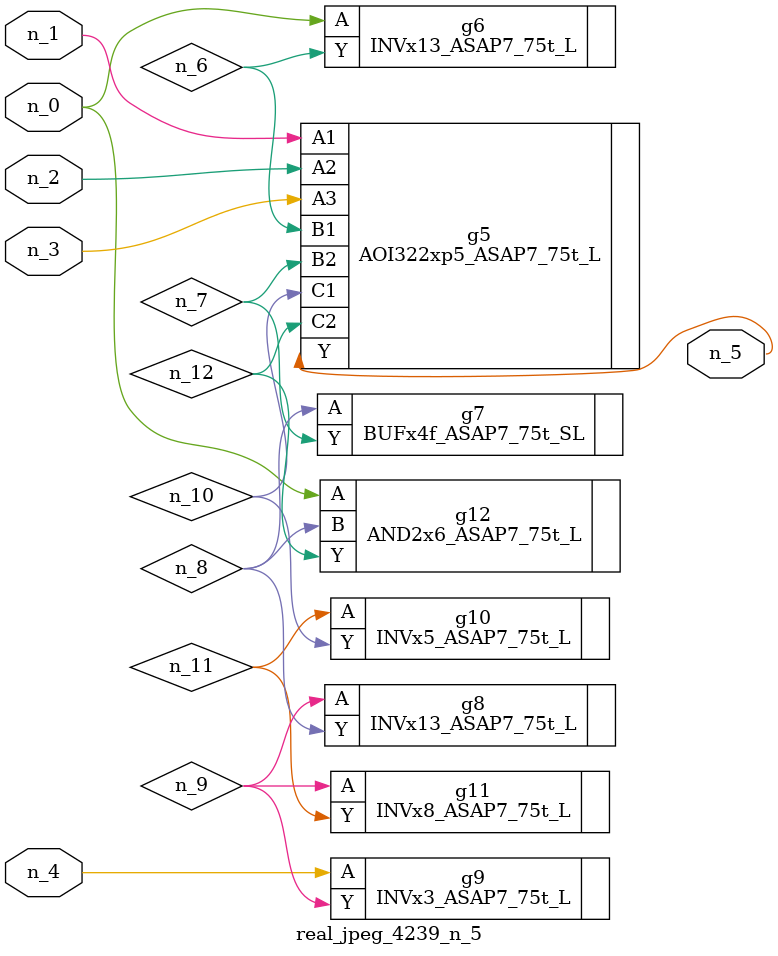
<source format=v>
module real_jpeg_4239_n_5 (n_4, n_0, n_1, n_2, n_3, n_5);

input n_4;
input n_0;
input n_1;
input n_2;
input n_3;

output n_5;

wire n_12;
wire n_8;
wire n_11;
wire n_6;
wire n_7;
wire n_10;
wire n_9;

INVx13_ASAP7_75t_L g6 ( 
.A(n_0),
.Y(n_6)
);

AND2x6_ASAP7_75t_L g12 ( 
.A(n_0),
.B(n_8),
.Y(n_12)
);

AOI322xp5_ASAP7_75t_L g5 ( 
.A1(n_1),
.A2(n_2),
.A3(n_3),
.B1(n_6),
.B2(n_7),
.C1(n_10),
.C2(n_12),
.Y(n_5)
);

INVx3_ASAP7_75t_L g9 ( 
.A(n_4),
.Y(n_9)
);

BUFx4f_ASAP7_75t_SL g7 ( 
.A(n_8),
.Y(n_7)
);

INVx13_ASAP7_75t_L g8 ( 
.A(n_9),
.Y(n_8)
);

INVx8_ASAP7_75t_L g11 ( 
.A(n_9),
.Y(n_11)
);

INVx5_ASAP7_75t_L g10 ( 
.A(n_11),
.Y(n_10)
);


endmodule
</source>
